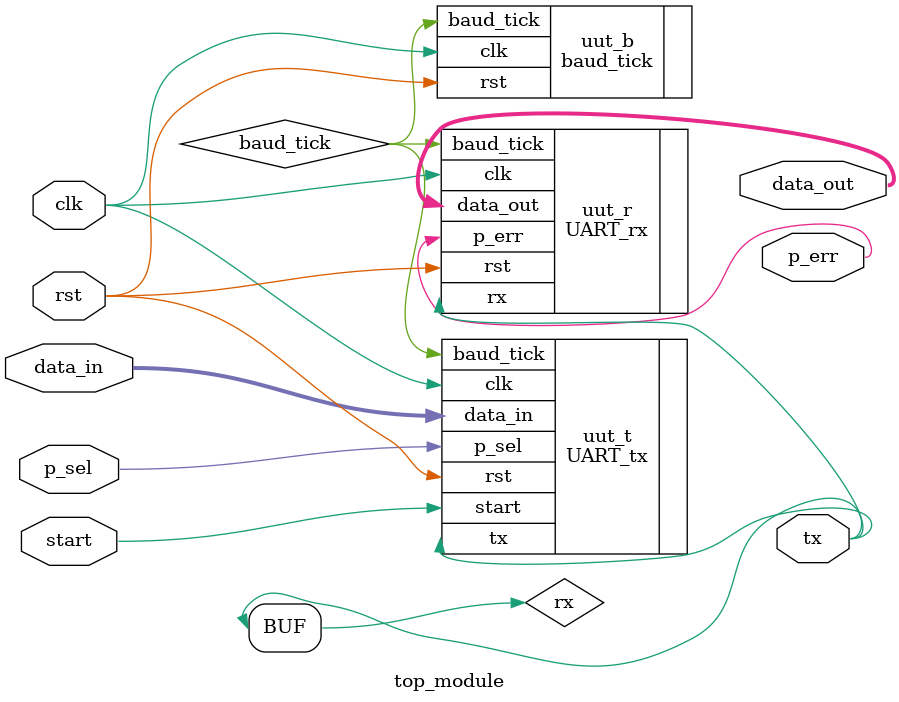
<source format=v>
module top_module(
	input clk,
	input rst,
	input start,
    input [6:0]data_in,
	input p_sel,

    output tx,
    output [6:0]data_out,
	output p_err);


wire baud_tick;
baud_tick uut_b( .clk(clk),
	   	 .rst(rst),
	   	 .baud_tick(baud_tick));

UART_tx   uut_t( .clk(clk),
	   	 .rst(rst),
	   	 .start(start),
	   	 .data_in(data_in),
	  	 .p_sel(p_sel),
		 .baud_tick(baud_tick),
	   	 .tx(tx));

UART_rx   uut_r( .clk(clk),
	  	 .rst(rst),
	  	 .baud_tick(baud_tick),
	  	 .rx(rx),
	   	 .p_err(p_err),
	   	 .data_out(data_out));
assign rx=tx;
endmodule

</source>
